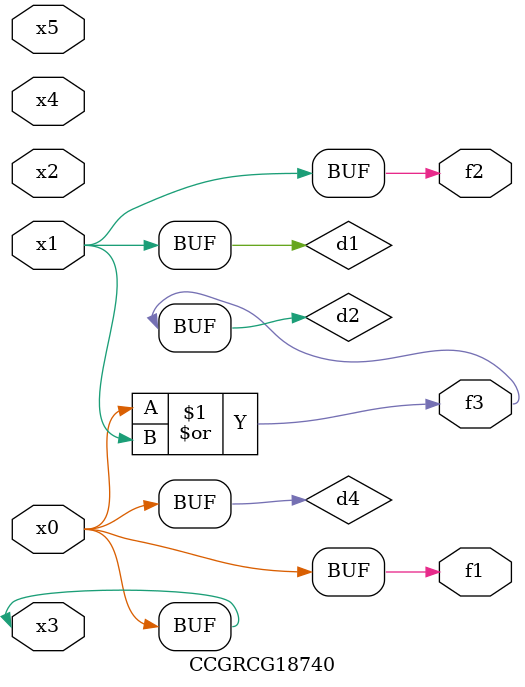
<source format=v>
module CCGRCG18740(
	input x0, x1, x2, x3, x4, x5,
	output f1, f2, f3
);

	wire d1, d2, d3, d4;

	and (d1, x1);
	or (d2, x0, x1);
	nand (d3, x0, x5);
	buf (d4, x0, x3);
	assign f1 = d4;
	assign f2 = d1;
	assign f3 = d2;
endmodule

</source>
